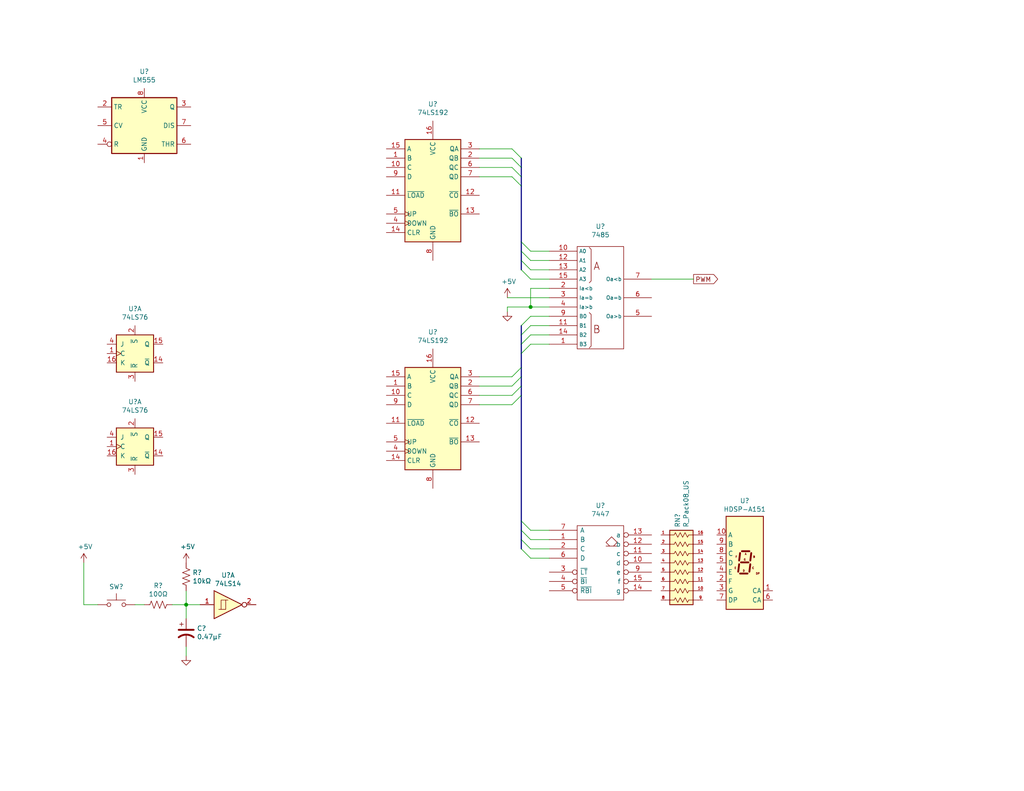
<source format=kicad_sch>
(kicad_sch (version 20211123) (generator eeschema)
  (paper "USLetter")
  (lib_symbols
    (symbol "S2020-rescue:+5V-power" (power) (pin_names (offset 0))
      (property "Value" "+5V-power" (at 0 3.556 0))
      (symbol "+5V-power_1_1"
        (pin power_in line (at 0 0 90) (length 0) hide (name "+5V") (number "1"))
      )
    )
    (symbol "S2020-rescue:7400-74xx" (pin_names (offset 1.016))
      (property "Reference" "U" (at 0 1.27 0))
      (property "Value" "7400-74xx" (at 0 -1.27 0))
      (symbol "7400-74xx_1_1"
        (pin input line (at -7.62 2.54 0) (length 3.81) (name "~") (number "1"))
        (pin input line (at -7.62 -2.54 0) (length 3.81) (name "~") (number "2"))
        (pin output inverted (at 7.62 0 180) (length 3.81) (name "~") (number "3"))
      )
      (symbol "7400-74xx_1_2"
        (pin input inverted (at -7.62 2.54 0) (length 4.318) (name "~") (number "1"))
        (pin input inverted (at -7.62 -2.54 0) (length 4.318) (name "~") (number "2"))
        (pin output line (at 7.62 0 180) (length 3.81) (name "~") (number "3"))
      )
      (symbol "7400-74xx_2_1"
        (pin input line (at -7.62 2.54 0) (length 3.81) (name "~") (number "4"))
        (pin input line (at -7.62 -2.54 0) (length 3.81) (name "~") (number "5"))
        (pin output inverted (at 7.62 0 180) (length 3.81) (name "~") (number "6"))
      )
      (symbol "7400-74xx_2_2"
        (pin input inverted (at -7.62 2.54 0) (length 4.318) (name "~") (number "4"))
        (pin input inverted (at -7.62 -2.54 0) (length 4.318) (name "~") (number "5"))
        (pin output line (at 7.62 0 180) (length 3.81) (name "~") (number "6"))
      )
      (symbol "7400-74xx_3_1"
        (pin input line (at -7.62 -2.54 0) (length 3.81) (name "~") (number "10"))
        (pin output inverted (at 7.62 0 180) (length 3.81) (name "~") (number "8"))
        (pin input line (at -7.62 2.54 0) (length 3.81) (name "~") (number "9"))
      )
      (symbol "7400-74xx_3_2"
        (pin input inverted (at -7.62 -2.54 0) (length 4.318) (name "~") (number "10"))
        (pin output line (at 7.62 0 180) (length 3.81) (name "~") (number "8"))
        (pin input inverted (at -7.62 2.54 0) (length 4.318) (name "~") (number "9"))
      )
      (symbol "7400-74xx_4_1"
        (pin output inverted (at 7.62 0 180) (length 3.81) (name "~") (number "11"))
        (pin input line (at -7.62 2.54 0) (length 3.81) (name "~") (number "12"))
        (pin input line (at -7.62 -2.54 0) (length 3.81) (name "~") (number "13"))
      )
      (symbol "7400-74xx_4_2"
        (pin output line (at 7.62 0 180) (length 3.81) (name "~") (number "11"))
        (pin input inverted (at -7.62 2.54 0) (length 4.318) (name "~") (number "12"))
        (pin input inverted (at -7.62 -2.54 0) (length 4.318) (name "~") (number "13"))
      )
      (symbol "7400-74xx_5_0"
        (pin power_in line (at 0 12.7 270) (length 5.08) (name "VCC") (number "14"))
        (pin power_in line (at 0 -12.7 90) (length 5.08) (name "GND") (number "7"))
      )
    )
    (symbol "S2020-rescue:7402-74xx" (pin_names (offset 1.016))
      (property "Reference" "U" (at 0 1.27 0))
      (property "Value" "7402-74xx" (at 0 -1.27 0))
      (symbol "7402-74xx_1_1"
        (pin output inverted (at 7.62 0 180) (length 3.81) (name "~") (number "1"))
        (pin input line (at -7.62 2.54 0) (length 4.318) (name "~") (number "2"))
        (pin input line (at -7.62 -2.54 0) (length 4.318) (name "~") (number "3"))
      )
      (symbol "7402-74xx_1_2"
        (pin output line (at 7.62 0 180) (length 3.81) (name "~") (number "1"))
        (pin input inverted (at -7.62 2.54 0) (length 3.81) (name "~") (number "2"))
        (pin input inverted (at -7.62 -2.54 0) (length 3.81) (name "~") (number "3"))
      )
      (symbol "7402-74xx_2_1"
        (pin output inverted (at 7.62 0 180) (length 3.81) (name "~") (number "4"))
        (pin input line (at -7.62 2.54 0) (length 4.318) (name "~") (number "5"))
        (pin input line (at -7.62 -2.54 0) (length 4.318) (name "~") (number "6"))
      )
      (symbol "7402-74xx_2_2"
        (pin output line (at 7.62 0 180) (length 3.81) (name "~") (number "4"))
        (pin input inverted (at -7.62 2.54 0) (length 3.81) (name "~") (number "5"))
        (pin input inverted (at -7.62 -2.54 0) (length 3.81) (name "~") (number "6"))
      )
      (symbol "7402-74xx_3_1"
        (pin output inverted (at 7.62 0 180) (length 3.81) (name "~") (number "10"))
        (pin input line (at -7.62 2.54 0) (length 4.318) (name "~") (number "8"))
        (pin input line (at -7.62 -2.54 0) (length 4.318) (name "~") (number "9"))
      )
      (symbol "7402-74xx_3_2"
        (pin output line (at 7.62 0 180) (length 3.81) (name "~") (number "10"))
        (pin input inverted (at -7.62 2.54 0) (length 3.81) (name "~") (number "8"))
        (pin input inverted (at -7.62 -2.54 0) (length 3.81) (name "~") (number "9"))
      )
      (symbol "7402-74xx_4_1"
        (pin input line (at -7.62 2.54 0) (length 4.318) (name "~") (number "11"))
        (pin input line (at -7.62 -2.54 0) (length 4.318) (name "~") (number "12"))
        (pin output inverted (at 7.62 0 180) (length 3.81) (name "~") (number "13"))
      )
      (symbol "7402-74xx_4_2"
        (pin input inverted (at -7.62 2.54 0) (length 3.81) (name "~") (number "11"))
        (pin input inverted (at -7.62 -2.54 0) (length 3.81) (name "~") (number "12"))
        (pin output line (at 7.62 0 180) (length 3.81) (name "~") (number "13"))
      )
      (symbol "7402-74xx_5_0"
        (pin power_in line (at 0 12.7 270) (length 5.08) (name "VCC") (number "14"))
        (pin power_in line (at 0 -12.7 90) (length 5.08) (name "GND") (number "7"))
      )
    )
    (symbol "S2020-rescue:74138-00TJR" (pin_names (offset 0.762))
      (property "Reference" "U" (at 5.0038 8.6868 0))
      (property "Value" "74138-00TJR" (at 0 8.7122 0))
      (symbol "74138-00TJR_0_0"
        (pin power_in line (at 0 7.62 270) (length 0) hide (name "VCC") (number "16"))
      )
      (symbol "74138-00TJR_1_1"
        (pin input line (at -13.97 5.08 0) (length 7.62) (name "A0") (number "1"))
        (pin output inverted (at 13.97 -7.62 180) (length 7.62) (name "~{Y5}") (number "10"))
        (pin output inverted (at 13.97 -5.08 180) (length 7.62) (name "~{Y4}") (number "11"))
        (pin output inverted (at 13.97 -2.54 180) (length 7.62) (name "~{Y3}") (number "12"))
        (pin output inverted (at 13.97 0 180) (length 7.62) (name "~{Y2}") (number "13"))
        (pin output inverted (at 13.97 2.54 180) (length 7.62) (name "~{Y1}") (number "14"))
        (pin output inverted (at 13.97 5.08 180) (length 7.62) (name "~{Y0}") (number "15"))
        (pin input line (at -13.97 2.54 0) (length 7.62) (name "A1") (number "2"))
        (pin input line (at -13.97 0 0) (length 7.62) (name "A2") (number "3"))
        (pin input inverted (at -13.97 -7.62 0) (length 7.62) (name "~{G2A}") (number "4"))
        (pin input inverted (at -13.97 -10.16 0) (length 7.62) (name "~{G2B}") (number "5"))
        (pin input line (at -13.97 -12.7 0) (length 7.62) (name "G1") (number "6"))
        (pin output inverted (at 13.97 -12.7 180) (length 7.62) (name "~{Y7}") (number "7"))
        (pin power_in line (at 0 -15.24 90) (length 0) hide (name "GND") (number "8"))
        (pin output inverted (at 13.97 -10.16 180) (length 7.62) (name "~{Y6}") (number "9"))
      )
    )
    (symbol "S2020-rescue:74151-00TJR" (pin_names (offset 0.762))
      (property "Reference" "U" (at 5.08 17.78 0))
      (property "Value" "74151-00TJR" (at 0 17.78 0))
      (symbol "74151-00TJR_0_0"
        (text "MUX" (at 0 15.24 0) (effects (font (size 1.27 1.27))))
        (pin power_in line (at 0 16.51 270) (length 0) hide (name "VCC") (number "16"))
        (pin power_in line (at 0 -17.78 90) (length 0) hide (name "GND") (number "8"))
      )
      (symbol "74151-00TJR_1_1"
        (pin input line (at -13.97 6.35 0) (length 7.62) (name "I3") (number "1"))
        (pin input line (at -13.97 -13.97 0) (length 7.62) (name "S1") (number "10"))
        (pin input line (at -13.97 -11.43 0) (length 7.62) (name "S0") (number "11"))
        (pin input line (at -13.97 -3.81 0) (length 7.62) (name "I7") (number "12"))
        (pin input line (at -13.97 -1.27 0) (length 7.62) (name "I6") (number "13"))
        (pin input line (at -13.97 1.27 0) (length 7.62) (name "I5") (number "14"))
        (pin input line (at -13.97 3.81 0) (length 7.62) (name "I4") (number "15"))
        (pin input line (at -13.97 8.89 0) (length 7.62) (name "I2") (number "2"))
        (pin input line (at -13.97 11.43 0) (length 7.62) (name "I1") (number "3"))
        (pin input line (at -13.97 13.97 0) (length 7.62) (name "I0") (number "4"))
        (pin output line (at 15.24 7.62 180) (length 7.62) (name "Q") (number "5"))
        (pin output inverted (at 15.24 -10.16 180) (length 7.62) (name "~{Q}") (number "6"))
        (pin input inverted (at -13.97 -7.62 0) (length 7.62) (name "~{E}") (number "7"))
        (pin input line (at -13.97 -16.51 0) (length 7.62) (name "S2") (number "9"))
      )
    )
    (symbol "S2020-rescue:7447-74xx_IEEE" (pin_names (offset 0.762))
      (property "Reference" "U" (at 3.81 11.43 0))
      (property "Value" "7447-74xx_IEEE" (at 6.35 -11.43 0))
      (symbol "7447-74xx_IEEE_0_0"
        (pin power_in line (at 0 10.16 270) (length 0) hide (name "VCC") (number "16"))
        (pin power_in line (at 0 -10.16 90) (length 0) hide (name "GND") (number "8"))
      )
      (symbol "7447-74xx_IEEE_1_1"
        (pin input line (at -13.97 6.35 0) (length 7.62) (name "B") (number "1"))
        (pin open_collector inverted (at 13.97 0 180) (length 7.62) (name "d") (number "10"))
        (pin open_collector inverted (at 13.97 2.54 180) (length 7.62) (name "c") (number "11"))
        (pin open_collector inverted (at 13.97 5.08 180) (length 7.62) (name "b") (number "12"))
        (pin open_collector inverted (at 13.97 7.62 180) (length 7.62) (name "a") (number "13"))
        (pin open_collector inverted (at 13.97 -7.62 180) (length 7.62) (name "g") (number "14"))
        (pin open_collector inverted (at 13.97 -5.08 180) (length 7.62) (name "f") (number "15"))
        (pin input line (at -13.97 3.81 0) (length 7.62) (name "C") (number "2"))
        (pin input inverted (at -13.97 -2.54 0) (length 7.62) (name "~{LT}") (number "3"))
        (pin input inverted (at -13.97 -5.08 0) (length 7.62) (name "~{BI}") (number "4"))
        (pin input inverted (at -13.97 -7.62 0) (length 7.62) (name "~{RBI}") (number "5"))
        (pin input line (at -13.97 1.27 0) (length 7.62) (name "D") (number "6"))
        (pin input line (at -13.97 8.89 0) (length 7.62) (name "A") (number "7"))
        (pin open_collector inverted (at 13.97 -2.54 180) (length 7.62) (name "e") (number "9"))
      )
    )
    (symbol "S2020-rescue:7485-74xx_IEEE"
      (property "Reference" "U" (at 7.62 16.51 0))
      (property "Value" "7485-74xx_IEEE" (at 7.62 -15.24 0))
      (symbol "7485-74xx_IEEE_0_0"
        (text "A" (at -1.016 8.636 0) (effects (font (size 2.032 2.032))))
        (text "B" (at -1.016 -8.636 0) (effects (font (size 2.032 2.032))))
        (pin power_in line (at 0 13.97 270) (length 0) hide (name "VCC") (number "16"))
        (pin power_in line (at 0 -13.97 90) (length 0) hide (name "GND") (number "8"))
      )
      (symbol "7485-74xx_IEEE_1_1"
        (pin input line (at -13.97 -12.7 0) (length 7.62) (name "B3") (number "1"))
        (pin input line (at -13.97 12.7 0) (length 7.62) (name "A0") (number "10"))
        (pin input line (at -13.97 -7.62 0) (length 7.62) (name "B1") (number "11"))
        (pin input line (at -13.97 10.16 0) (length 7.62) (name "A1") (number "12"))
        (pin input line (at -13.97 7.62 0) (length 7.62) (name "A2") (number "13"))
        (pin input line (at -13.97 -10.16 0) (length 7.62) (name "B2") (number "14"))
        (pin input line (at -13.97 5.08 0) (length 7.62) (name "A3") (number "15"))
        (pin input line (at -13.97 2.54 0) (length 7.62) (name "Ia<b") (number "2"))
        (pin input line (at -13.97 0 0) (length 7.62) (name "Ia=b") (number "3"))
        (pin input line (at -13.97 -2.54 0) (length 7.62) (name "Ia>b") (number "4"))
        (pin output line (at 13.97 -5.08 180) (length 7.62) (name "Oa>b") (number "5"))
        (pin output line (at 13.97 0 180) (length 7.62) (name "Oa=b") (number "6"))
        (pin output line (at 13.97 5.08 180) (length 7.62) (name "Oa<b") (number "7"))
        (pin input line (at -13.97 -5.08 0) (length 7.62) (name "B0") (number "9"))
      )
    )
    (symbol "S2020-rescue:74LS04-74xx"
      (property "Reference" "U" (at 0 1.27 0))
      (property "Value" "74LS04-74xx" (at 0 -1.27 0))
      (symbol "74LS04-74xx_1_0"
        (pin input line (at -7.62 0 0) (length 3.81) (name "~") (number "1"))
        (pin output inverted (at 7.62 0 180) (length 3.81) (name "~") (number "2"))
      )
      (symbol "74LS04-74xx_2_0"
        (pin input line (at -7.62 0 0) (length 3.81) (name "~") (number "3"))
        (pin output inverted (at 7.62 0 180) (length 3.81) (name "~") (number "4"))
      )
      (symbol "74LS04-74xx_3_0"
        (pin input line (at -7.62 0 0) (length 3.81) (name "~") (number "5"))
        (pin output inverted (at 7.62 0 180) (length 3.81) (name "~") (number "6"))
      )
      (symbol "74LS04-74xx_4_0"
        (pin output inverted (at 7.62 0 180) (length 3.81) (name "~") (number "8"))
        (pin input line (at -7.62 0 0) (length 3.81) (name "~") (number "9"))
      )
      (symbol "74LS04-74xx_5_0"
        (pin output inverted (at 7.62 0 180) (length 3.81) (name "~") (number "10"))
        (pin input line (at -7.62 0 0) (length 3.81) (name "~") (number "11"))
      )
      (symbol "74LS04-74xx_6_0"
        (pin output inverted (at 7.62 0 180) (length 3.81) (name "~") (number "12"))
        (pin input line (at -7.62 0 0) (length 3.81) (name "~") (number "13"))
      )
      (symbol "74LS04-74xx_7_0"
        (pin power_in line (at 0 12.7 270) (length 5.08) (name "VCC") (number "14"))
        (pin power_in line (at 0 -12.7 90) (length 5.08) (name "GND") (number "7"))
      )
    )
    (symbol "S2020-rescue:74LS07-74xx" (pin_names (offset 1.016))
      (property "Reference" "U" (at 0 1.27 0))
      (property "Value" "74LS07-74xx" (at 0 -1.27 0))
      (symbol "74LS07-74xx_1_0"
        (pin input line (at -7.62 0 0) (length 3.81) (name "~") (number "1"))
        (pin open_collector line (at 7.62 0 180) (length 3.81) (name "~") (number "2"))
      )
      (symbol "74LS07-74xx_2_0"
        (pin input line (at -7.62 0 0) (length 3.81) (name "~") (number "3"))
        (pin open_collector line (at 7.62 0 180) (length 3.81) (name "~") (number "4"))
      )
      (symbol "74LS07-74xx_3_0"
        (pin input line (at -7.62 0 0) (length 3.81) (name "~") (number "5"))
        (pin open_collector line (at 7.62 0 180) (length 3.81) (name "~") (number "6"))
      )
      (symbol "74LS07-74xx_4_0"
        (pin open_collector line (at 7.62 0 180) (length 3.81) (name "~") (number "8"))
        (pin input line (at -7.62 0 0) (length 3.81) (name "~") (number "9"))
      )
      (symbol "74LS07-74xx_5_0"
        (pin open_collector line (at 7.62 0 180) (length 3.81) (name "~") (number "10"))
        (pin input line (at -7.62 0 0) (length 3.81) (name "~") (number "11"))
      )
      (symbol "74LS07-74xx_6_0"
        (pin open_collector line (at 7.62 0 180) (length 3.81) (name "~") (number "12"))
        (pin input line (at -7.62 0 0) (length 3.81) (name "~") (number "13"))
      )
      (symbol "74LS07-74xx_7_0"
        (pin power_in line (at 0 12.7 270) (length 5.08) (name "VCC") (number "14"))
        (pin power_in line (at 0 -12.7 90) (length 5.08) (name "GND") (number "7"))
      )
    )
    (symbol "S2020-rescue:74LS08-74xx" (pin_names (offset 1.016))
      (property "Reference" "U" (at 0 1.27 0))
      (property "Value" "74LS08-74xx" (at 0 -1.27 0))
      (symbol "74LS08-74xx_1_1"
        (pin input line (at -7.62 2.54 0) (length 3.81) (name "~") (number "1"))
        (pin input line (at -7.62 -2.54 0) (length 3.81) (name "~") (number "2"))
        (pin output line (at 7.62 0 180) (length 3.81) (name "~") (number "3"))
      )
      (symbol "74LS08-74xx_1_2"
        (pin input inverted (at -7.62 2.54 0) (length 4.318) (name "~") (number "1"))
        (pin input inverted (at -7.62 -2.54 0) (length 4.318) (name "~") (number "2"))
        (pin output inverted (at 7.62 0 180) (length 3.81) (name "~") (number "3"))
      )
      (symbol "74LS08-74xx_2_1"
        (pin input line (at -7.62 2.54 0) (length 3.81) (name "~") (number "4"))
        (pin input line (at -7.62 -2.54 0) (length 3.81) (name "~") (number "5"))
        (pin output line (at 7.62 0 180) (length 3.81) (name "~") (number "6"))
      )
      (symbol "74LS08-74xx_2_2"
        (pin input inverted (at -7.62 2.54 0) (length 4.318) (name "~") (number "4"))
        (pin input inverted (at -7.62 -2.54 0) (length 4.318) (name "~") (number "5"))
        (pin output inverted (at 7.62 0 180) (length 3.81) (name "~") (number "6"))
      )
      (symbol "74LS08-74xx_3_1"
        (pin input line (at -7.62 -2.54 0) (length 3.81) (name "~") (number "10"))
        (pin output line (at 7.62 0 180) (length 3.81) (name "~") (number "8"))
        (pin input line (at -7.62 2.54 0) (length 3.81) (name "~") (number "9"))
      )
      (symbol "74LS08-74xx_3_2"
        (pin input inverted (at -7.62 -2.54 0) (length 4.318) (name "~") (number "10"))
        (pin output inverted (at 7.62 0 180) (length 3.81) (name "~") (number "8"))
        (pin input inverted (at -7.62 2.54 0) (length 4.318) (name "~") (number "9"))
      )
      (symbol "74LS08-74xx_4_1"
        (pin output line (at 7.62 0 180) (length 3.81) (name "~") (number "11"))
        (pin input line (at -7.62 2.54 0) (length 3.81) (name "~") (number "12"))
        (pin input line (at -7.62 -2.54 0) (length 3.81) (name "~") (number "13"))
      )
      (symbol "74LS08-74xx_4_2"
        (pin output inverted (at 7.62 0 180) (length 3.81) (name "~") (number "11"))
        (pin input inverted (at -7.62 2.54 0) (length 4.318) (name "~") (number "12"))
        (pin input inverted (at -7.62 -2.54 0) (length 4.318) (name "~") (number "13"))
      )
      (symbol "74LS08-74xx_5_0"
        (pin power_in line (at 0 12.7 270) (length 5.08) (name "VCC") (number "14"))
        (pin power_in line (at 0 -12.7 90) (length 5.08) (name "GND") (number "7"))
      )
    )
    (symbol "S2020-rescue:74LS14-74xx" (pin_names (offset 1.016))
      (property "Reference" "U" (at 0 1.27 0))
      (property "Value" "74LS14-74xx" (at 0 -1.27 0))
      (symbol "74LS14-74xx_1_0"
        (pin input line (at -7.62 0 0) (length 3.81) (name "~") (number "1"))
        (pin output inverted (at 7.62 0 180) (length 3.81) (name "~") (number "2"))
      )
      (symbol "74LS14-74xx_2_0"
        (pin input line (at -7.62 0 0) (length 3.81) (name "~") (number "3"))
        (pin output inverted (at 7.62 0 180) (length 3.81) (name "~") (number "4"))
      )
      (symbol "74LS14-74xx_3_0"
        (pin input line (at -7.62 0 0) (length 3.81) (name "~") (number "5"))
        (pin output inverted (at 7.62 0 180) (length 3.81) (name "~") (number "6"))
      )
      (symbol "74LS14-74xx_4_0"
        (pin output inverted (at 7.62 0 180) (length 3.81) (name "~") (number "8"))
        (pin input line (at -7.62 0 0) (length 3.81) (name "~") (number "9"))
      )
      (symbol "74LS14-74xx_5_0"
        (pin output inverted (at 7.62 0 180) (length 3.81) (name "~") (number "10"))
        (pin input line (at -7.62 0 0) (length 3.81) (name "~") (number "11"))
      )
      (symbol "74LS14-74xx_6_0"
        (pin output inverted (at 7.62 0 180) (length 3.81) (name "~") (number "12"))
        (pin input line (at -7.62 0 0) (length 3.81) (name "~") (number "13"))
      )
      (symbol "74LS14-74xx_7_0"
        (pin power_in line (at 0 12.7 270) (length 5.08) (name "VCC") (number "14"))
        (pin power_in line (at 0 -12.7 90) (length 5.08) (name "GND") (number "7"))
      )
    )
    (symbol "S2020-rescue:74LS192-74xx"
      (property "Reference" "U" (at -7.62 13.97 0))
      (property "Value" "74LS192-74xx" (at 5.08 13.97 0))
      (symbol "74LS192-74xx_1_0"
        (pin input line (at -12.7 7.62 0) (length 5.08) (name "B") (number "1"))
        (pin input line (at -12.7 5.08 0) (length 5.08) (name "C") (number "10"))
        (pin input line (at -12.7 -2.54 0) (length 5.08) (name "~{LOAD}") (number "11"))
        (pin output line (at 12.7 -2.54 180) (length 5.08) (name "~{CO}") (number "12"))
        (pin output line (at 12.7 -7.62 180) (length 5.08) (name "~{BO}") (number "13"))
        (pin input line (at -12.7 -12.7 0) (length 5.08) (name "CLR") (number "14"))
        (pin input line (at -12.7 10.16 0) (length 5.08) (name "A") (number "15"))
        (pin power_in line (at 0 17.78 270) (length 5.08) (name "VCC") (number "16"))
        (pin output line (at 12.7 7.62 180) (length 5.08) (name "QB") (number "2"))
        (pin output line (at 12.7 10.16 180) (length 5.08) (name "QA") (number "3"))
        (pin input clock (at -12.7 -10.16 0) (length 5.08) (name "DOWN") (number "4"))
        (pin input clock (at -12.7 -7.62 0) (length 5.08) (name "UP") (number "5"))
        (pin output line (at 12.7 5.08 180) (length 5.08) (name "QC") (number "6"))
        (pin output line (at 12.7 2.54 180) (length 5.08) (name "QD") (number "7"))
        (pin power_in line (at 0 -20.32 90) (length 5.08) (name "GND") (number "8"))
        (pin input line (at -12.7 2.54 0) (length 5.08) (name "D") (number "9"))
      )
    )
    (symbol "S2020-rescue:74LS32-74xx" (pin_names (offset 1.016))
      (property "Reference" "U" (at 0 1.27 0))
      (property "Value" "74LS32-74xx" (at 0 -1.27 0))
      (symbol "74LS32-74xx_1_1"
        (pin input line (at -7.62 2.54 0) (length 4.318) (name "~") (number "1"))
        (pin input line (at -7.62 -2.54 0) (length 4.318) (name "~") (number "2"))
        (pin output line (at 7.62 0 180) (length 3.81) (name "~") (number "3"))
      )
      (symbol "74LS32-74xx_1_2"
        (pin input inverted (at -7.62 2.54 0) (length 3.81) (name "~") (number "1"))
        (pin input inverted (at -7.62 -2.54 0) (length 3.81) (name "~") (number "2"))
        (pin output inverted (at 7.62 0 180) (length 3.81) (name "~") (number "3"))
      )
      (symbol "74LS32-74xx_2_1"
        (pin input line (at -7.62 2.54 0) (length 4.318) (name "~") (number "4"))
        (pin input line (at -7.62 -2.54 0) (length 4.318) (name "~") (number "5"))
        (pin output line (at 7.62 0 180) (length 3.81) (name "~") (number "6"))
      )
      (symbol "74LS32-74xx_2_2"
        (pin input inverted (at -7.62 2.54 0) (length 3.81) (name "~") (number "4"))
        (pin input inverted (at -7.62 -2.54 0) (length 3.81) (name "~") (number "5"))
        (pin output inverted (at 7.62 0 180) (length 3.81) (name "~") (number "6"))
      )
      (symbol "74LS32-74xx_3_1"
        (pin input line (at -7.62 -2.54 0) (length 4.318) (name "~") (number "10"))
        (pin output line (at 7.62 0 180) (length 3.81) (name "~") (number "8"))
        (pin input line (at -7.62 2.54 0) (length 4.318) (name "~") (number "9"))
      )
      (symbol "74LS32-74xx_3_2"
        (pin input inverted (at -7.62 -2.54 0) (length 3.81) (name "~") (number "10"))
        (pin output inverted (at 7.62 0 180) (length 3.81) (name "~") (number "8"))
        (pin input inverted (at -7.62 2.54 0) (length 3.81) (name "~") (number "9"))
      )
      (symbol "74LS32-74xx_4_1"
        (pin output line (at 7.62 0 180) (length 3.81) (name "~") (number "11"))
        (pin input line (at -7.62 2.54 0) (length 4.318) (name "~") (number "12"))
        (pin input line (at -7.62 -2.54 0) (length 4.318) (name "~") (number "13"))
      )
      (symbol "74LS32-74xx_4_2"
        (pin output inverted (at 7.62 0 180) (length 3.81) (name "~") (number "11"))
        (pin input inverted (at -7.62 2.54 0) (length 3.81) (name "~") (number "12"))
        (pin input inverted (at -7.62 -2.54 0) (length 3.81) (name "~") (number "13"))
      )
      (symbol "74LS32-74xx_5_0"
        (pin power_in line (at 0 12.7 270) (length 5.08) (name "VCC") (number "14"))
        (pin power_in line (at 0 -12.7 90) (length 5.08) (name "GND") (number "7"))
      )
    )
    (symbol "S2020-rescue:74LS76-74xx" (pin_names (offset 1.016))
      (property "Reference" "U" (at -7.62 8.89 0))
      (property "Value" "74LS76-74xx" (at -7.62 -8.89 0))
      (symbol "74LS76-74xx_1_0"
        (pin input clock (at -7.62 0 0) (length 2.54) (name "C") (number "1"))
        (pin output line (at 7.62 -2.54 180) (length 2.54) (name "~{Q}") (number "14"))
        (pin output line (at 7.62 2.54 180) (length 2.54) (name "Q") (number "15"))
        (pin input line (at -7.62 -2.54 0) (length 2.54) (name "K") (number "16"))
        (pin input line (at 0 7.62 270) (length 2.54) (name "~{S}") (number "2"))
        (pin input line (at 0 -7.62 90) (length 2.54) (name "~{R}") (number "3"))
        (pin input line (at -7.62 2.54 0) (length 2.54) (name "J") (number "4"))
      )
      (symbol "74LS76-74xx_2_0"
        (pin output line (at 7.62 -2.54 180) (length 2.54) (name "~{Q}") (number "10"))
        (pin output line (at 7.62 2.54 180) (length 2.54) (name "Q") (number "11"))
        (pin input line (at -7.62 -2.54 0) (length 2.54) (name "K") (number "12"))
        (pin input clock (at -7.62 0 0) (length 2.54) (name "C") (number "6"))
        (pin input line (at 0 7.62 270) (length 2.54) (name "~{S}") (number "7"))
        (pin input line (at 0 -7.62 90) (length 2.54) (name "~{R}") (number "8"))
        (pin input line (at -7.62 2.54 0) (length 2.54) (name "J") (number "9"))
      )
      (symbol "74LS76-74xx_3_0"
        (pin power_in line (at 0 -10.16 90) (length 2.54) (name "GND") (number "13"))
        (pin power_in line (at 0 10.16 270) (length 2.54) (name "VCC") (number "5"))
      )
    )
    (symbol "S2020-rescue:CP1-Device" (pin_numbers hide) (pin_names (offset 0.254) hide)
      (property "Reference" "C" (at 0.635 2.54 0))
      (property "Value" "CP1-Device" (at 0.635 -2.54 0))
      (symbol "CP1-Device_1_1"
        (pin passive line (at 0 3.81 270) (length 2.794) (name "~") (number "1"))
        (pin passive line (at 0 -3.81 90) (length 3.302) (name "~") (number "2"))
      )
    )
    (symbol "S2020-rescue:GND-power" (power) (pin_names (offset 0))
      (property "Value" "GND-power" (at 0 -3.81 0))
      (symbol "GND-power_1_1"
        (pin power_in line (at 0 0 270) (length 0) hide (name "GND") (number "1"))
      )
    )
    (symbol "S2020-rescue:HDSP-A151-Display_Character"
      (property "Reference" "U" (at -3.81 13.97 0))
      (property "Value" "HDSP-A151-Display_Character" (at 6.35 13.97 0))
      (symbol "HDSP-A151-Display_Character_1_0"
        (text "A" (at 0.254 2.413 0) (effects (font (size 0.508 0.508))))
        (text "B" (at 2.54 1.651 0) (effects (font (size 0.508 0.508))))
        (text "C" (at 2.286 -1.397 0) (effects (font (size 0.508 0.508))))
        (text "D" (at -0.254 -2.159 0) (effects (font (size 0.508 0.508))))
        (text "DP" (at 3.556 -2.921 0) (effects (font (size 0.508 0.508))))
        (text "E" (at -2.54 -1.397 0) (effects (font (size 0.508 0.508))))
        (text "F" (at -2.286 1.651 0) (effects (font (size 0.508 0.508))))
        (text "G" (at 0 0.889 0) (effects (font (size 0.508 0.508))))
      )
      (symbol "HDSP-A151-Display_Character_1_1"
        (pin input line (at 7.62 -7.62 180) (length 2.54) (name "CA") (number "1"))
        (pin input line (at -7.62 7.62 0) (length 2.54) (name "A") (number "10"))
        (pin input line (at -7.62 -5.08 0) (length 2.54) (name "F") (number "2"))
        (pin input line (at -7.62 -7.62 0) (length 2.54) (name "G") (number "3"))
        (pin input line (at -7.62 -2.54 0) (length 2.54) (name "E") (number "4"))
        (pin input line (at -7.62 0 0) (length 2.54) (name "D") (number "5"))
        (pin input line (at 7.62 -10.16 180) (length 2.54) (name "CA") (number "6"))
        (pin input line (at -7.62 -10.16 0) (length 2.54) (name "DP") (number "7"))
        (pin input line (at -7.62 2.54 0) (length 2.54) (name "C") (number "8"))
        (pin input line (at -7.62 5.08 0) (length 2.54) (name "B") (number "9"))
      )
    )
    (symbol "S2020-rescue:LED_small-00TJR" (pin_numbers hide) (pin_names (offset 1.016) hide)
      (symbol "LED_small-00TJR_1_1"
        (pin passive line (at 0 -3.81 90) (length 1.4986) (name "K") (number "1"))
        (pin passive line (at 0 1.27 270) (length 1.4986) (name "A") (number "2"))
      )
    )
    (symbol "S2020-rescue:LM335-00TJR" (pin_numbers hide) (pin_names (offset 1.016) hide)
      (property "Reference" "Temp" (at 3.8354 1.2954 0))
      (property "Value" "LM335-00TJR" (at -2.54 -1.27 90))
      (symbol "LM335-00TJR_1_1"
        (pin passive line (at 0 2.54 270) (length 2.54) (name "K") (number "1"))
        (pin passive line (at 2.54 -1.27 180) (length 2.9972) (name "K") (number "1"))
        (pin passive line (at 0 -5.08 90) (length 2.54) (name "A") (number "2"))
      )
    )
    (symbol "S2020-rescue:LM555-Timer"
      (property "Reference" "U" (at -10.16 8.89 0))
      (property "Value" "LM555-Timer" (at 2.54 8.89 0))
      (symbol "LM555-Timer_0_0"
        (pin power_in line (at 0 -10.16 90) (length 2.54) (name "GND") (number "1"))
        (pin power_in line (at 0 10.16 270) (length 2.54) (name "VCC") (number "8"))
      )
      (symbol "LM555-Timer_1_1"
        (pin input line (at -12.7 5.08 0) (length 3.81) (name "TR") (number "2"))
        (pin output line (at 12.7 5.08 180) (length 3.81) (name "Q") (number "3"))
        (pin input inverted (at -12.7 -5.08 0) (length 3.81) (name "R") (number "4"))
        (pin input line (at -12.7 0 0) (length 3.81) (name "CV") (number "5"))
        (pin input line (at 12.7 -5.08 180) (length 3.81) (name "THR") (number "6"))
        (pin input line (at 12.7 0 180) (length 3.81) (name "DIS") (number "7"))
      )
    )
    (symbol "S2020-rescue:OPAMPTJR-00TJR" (pin_names (offset 0.254))
      (property "Reference" "U" (at 3.81 3.175 0))
      (property "Value" "OPAMPTJR-00TJR" (at 3.81 -3.175 0))
      (symbol "OPAMPTJR-00TJR_1_1"
        (pin input line (at -7.62 2.54 0) (length 2.54) (name "-") (number "1"))
        (pin input line (at -7.62 -2.54 0) (length 2.54) (name "+") (number "2"))
        (pin output line (at 7.62 0 180) (length 2.54) (name "~") (number "3"))
        (pin power_in line (at 0 3.81 270) (length 1.2446) (name "V+") (number "4"))
        (pin power_in line (at 0 -3.81 90) (length 1.2446) (name "V-") (number "5"))
      )
    )
    (symbol "S2020-rescue:R_Network08_US-Device" (pin_names (offset 0) hide)
      (property "Reference" "RN" (at -12.7 0 90))
      (property "Value" "R_Network08_US-Device" (at 10.16 0 90))
      (symbol "R_Network08_US-Device_1_1"
        (pin passive line (at -10.16 5.08 270) (length 2.54) (name "common") (number "1"))
        (pin passive line (at -10.16 -5.08 90) (length 1.27) (name "R1") (number "2"))
        (pin passive line (at -7.62 -5.08 90) (length 1.27) (name "R2") (number "3"))
        (pin passive line (at -5.08 -5.08 90) (length 1.27) (name "R3") (number "4"))
        (pin passive line (at -2.54 -5.08 90) (length 1.27) (name "R4") (number "5"))
        (pin passive line (at 0 -5.08 90) (length 1.27) (name "R5") (number "6"))
        (pin passive line (at 2.54 -5.08 90) (length 1.27) (name "R6") (number "7"))
        (pin passive line (at 5.08 -5.08 90) (length 1.27) (name "R7") (number "8"))
        (pin passive line (at 7.62 -5.08 90) (length 1.27) (name "R8") (number "9"))
      )
    )
    (symbol "S2020-rescue:R_Pack08-Device" (pin_names (offset 0) hide)
      (property "Reference" "RN" (at -12.7 0 90))
      (property "Value" "R_Pack08-Device" (at 10.16 0 90))
      (symbol "R_Pack08-Device_1_1"
        (pin passive line (at -10.16 -5.08 90) (length 2.54) (name "R1.1") (number "1"))
        (pin passive line (at 5.08 5.08 270) (length 2.54) (name "R7.2") (number "10"))
        (pin passive line (at 2.54 5.08 270) (length 2.54) (name "R6.2") (number "11"))
        (pin passive line (at 0 5.08 270) (length 2.54) (name "R5.2") (number "12"))
        (pin passive line (at -2.54 5.08 270) (length 2.54) (name "R4.2") (number "13"))
        (pin passive line (at -5.08 5.08 270) (length 2.54) (name "R3.2") (number "14"))
        (pin passive line (at -7.62 5.08 270) (length 2.54) (name "R2.2") (number "15"))
        (pin passive line (at -10.16 5.08 270) (length 2.54) (name "R1.2") (number "16"))
        (pin passive line (at -7.62 -5.08 90) (length 2.54) (name "R2.1") (number "2"))
        (pin passive line (at -5.08 -5.08 90) (length 2.54) (name "R3.1") (number "3"))
        (pin passive line (at -2.54 -5.08 90) (length 2.54) (name "R4.1") (number "4"))
        (pin passive line (at 0 -5.08 90) (length 2.54) (name "R5.1") (number "5"))
        (pin passive line (at 2.54 -5.08 90) (length 2.54) (name "R6.1") (number "6"))
        (pin passive line (at 5.08 -5.08 90) (length 2.54) (name "R7.1") (number "7"))
        (pin passive line (at 7.62 -5.08 90) (length 2.54) (name "R8.1") (number "8"))
        (pin passive line (at 7.62 5.08 270) (length 2.54) (name "R8.2") (number "9"))
      )
    )
    (symbol "S2020-rescue:R_Pack08_US-00TJR" (pin_names (offset 0) hide)
      (property "Reference" "RN" (at -1.27 -11.43 0))
      (property "Value" "R_Pack08_US-00TJR" (at -1.27 11.43 0))
      (symbol "R_Pack08_US-00TJR_1_1"
        (pin passive line (at -6.35 8.89 0) (length 1.27) (name "1") (number "1"))
        (pin passive line (at 5.08 -6.35 180) (length 1.27) (name "10") (number "10"))
        (pin passive line (at 5.08 -3.81 180) (length 1.27) (name "11") (number "11"))
        (pin passive line (at 5.08 -1.27 180) (length 1.27) (name "12") (number "12"))
        (pin passive line (at 5.08 1.27 180) (length 1.27) (name "13") (number "13"))
        (pin passive line (at 5.08 3.81 180) (length 1.27) (name "14") (number "14"))
        (pin passive line (at 5.08 6.35 180) (length 1.27) (name "15") (number "15"))
        (pin passive line (at 5.08 8.89 180) (length 1.27) (name "16") (number "16"))
        (pin passive line (at -6.35 6.35 0) (length 1.27) (name "2") (number "2"))
        (pin passive line (at -6.35 3.81 0) (length 1.27) (name "3") (number "3"))
        (pin passive line (at -6.35 1.27 0) (length 1.27) (name "4") (number "4"))
        (pin passive line (at -6.35 -1.27 0) (length 1.27) (name "5") (number "5"))
        (pin passive line (at -6.35 -3.81 0) (length 1.27) (name "6") (number "6"))
        (pin passive line (at -6.35 -6.35 0) (length 1.27) (name "7") (number "7"))
        (pin passive line (at -6.35 -8.89 0) (length 1.27) (name "8") (number "8"))
        (pin passive line (at 5.08 -8.89 180) (length 1.27) (name "9") (number "9"))
      )
    )
    (symbol "S2020-rescue:R_US-Device" (pin_numbers hide) (pin_names (offset 0))
      (property "Reference" "R" (at 2.54 0 90))
      (property "Value" "R_US-Device" (at -2.54 0 90))
      (symbol "R_US-Device_1_1"
        (pin passive line (at 0 3.81 270) (length 1.27) (name "~") (number "1"))
        (pin passive line (at 0 -3.81 90) (length 1.27) (name "~") (number "2"))
      )
    )
    (symbol "S2020-rescue:SW_Push-Switch" (pin_numbers hide) (pin_names (offset 1.016) hide)
      (property "Reference" "SW" (at 1.27 2.54 0))
      (property "Value" "SW_Push-Switch" (at 0 -1.524 0))
      (symbol "SW_Push-Switch_0_1"
        (pin passive line (at -5.08 0 0) (length 2.54) (name "1") (number "1"))
        (pin passive line (at 5.08 0 180) (length 2.54) (name "2") (number "2"))
      )
    )
  )
  (junction (at -48.26 128.27))
  (junction (at -48.26 123.19))
  (junction (at 50.8 165.1))
  (junction (at -48.26 125.73))
  (junction (at -100.33 134.62))
  (junction (at 144.78 83.82))
  (junction (at -100.33 137.16))
  (junction (at -100.33 139.7))
  (bus_entry (at 139.7 107.95) (size 2.54 -2.54))
  (bus_entry (at 139.7 40.64) (size 2.54 2.54))
  (bus_entry (at 139.7 110.49) (size 2.54 -2.54))
  (bus_entry (at 142.24 66.04) (size 2.54 2.54))
  (bus_entry (at 142.24 142.24) (size 2.54 2.54))
  (bus_entry (at 139.7 43.18) (size 2.54 2.54))
  (bus_entry (at 142.24 144.78) (size 2.54 2.54))
  (bus_entry (at 142.24 147.32) (size 2.54 2.54))
  (bus_entry (at 142.24 88.9) (size 2.54 -2.54))
  (bus_entry (at 142.24 71.12) (size 2.54 2.54))
  (bus_entry (at 139.7 105.41) (size 2.54 -2.54))
  (bus_entry (at 142.24 91.44) (size 2.54 -2.54))
  (bus_entry (at 142.24 149.86) (size 2.54 2.54))
  (bus_entry (at 142.24 68.58) (size 2.54 2.54))
  (bus_entry (at 142.24 93.98) (size 2.54 -2.54))
  (bus_entry (at 139.7 48.26) (size 2.54 2.54))
  (bus_entry (at 139.7 45.72) (size 2.54 2.54))
  (bus_entry (at 142.24 73.66) (size 2.54 2.54))
  (bus_entry (at 142.24 96.52) (size 2.54 -2.54))
  (bus_entry (at 139.7 102.87) (size 2.54 -2.54))
  (bus (pts (xy 142.24 45.72) (xy 142.24 48.26)))
  (bus (pts (xy 142.24 43.18) (xy 142.24 45.72)))
  (bus (pts (xy -48.26 115.57) (xy -48.26 123.19)))
  (bus (pts (xy -48.26 125.73) (xy -45.72 128.27)))
  (wire (pts (xy 149.86 88.9) (xy 144.78 88.9)))
  (bus (pts (xy -100.33 115.57) (xy -100.33 134.62)))
  (wire (pts (xy 36.83 165.1) (xy 39.37 165.1)))
  (wire (pts (xy 144.78 68.58) (xy 149.86 68.58)))
  (wire (pts (xy -35.56 78.74) (xy -31.75 78.74)))
  (bus (pts (xy -48.26 148.59) (xy -45.72 151.13)))
  (bus (pts (xy 142.24 100.33) (xy 142.24 102.87)))
  (bus (pts (xy -48.26 143.51) (xy -45.72 146.05)))
  (bus (pts (xy -49.53 118.11) (xy -106.68 118.11)))
  (wire (pts (xy 139.7 105.41) (xy 130.81 105.41)))
  (bus (pts (xy -100.33 142.24) (xy -97.79 144.78)))
  (bus (pts (xy 142.24 71.12) (xy 142.24 73.66)))
  (wire (pts (xy 46.99 165.1) (xy 50.8 165.1)))
  (wire (pts (xy 144.78 73.66) (xy 149.86 73.66)))
  (bus (pts (xy -100.33 139.7) (xy -97.79 142.24)))
  (wire (pts (xy -16.51 96.52) (xy -13.97 96.52)))
  (wire (pts (xy -35.56 59.69) (xy -31.75 59.69)))
  (wire (pts (xy -31.75 83.82) (xy -35.56 83.82)))
  (wire (pts (xy 144.78 149.86) (xy 149.86 149.86)))
  (bus (pts (xy -48.26 125.73) (xy -48.26 128.27)))
  (bus (pts (xy 142.24 66.04) (xy 142.24 68.58)))
  (bus (pts (xy -100.33 137.16) (xy -100.33 139.7)))
  (wire (pts (xy 50.8 165.1) (xy 54.61 165.1)))
  (wire (pts (xy 149.86 78.74) (xy 144.78 78.74)))
  (bus (pts (xy -48.26 146.05) (xy -45.72 148.59)))
  (wire (pts (xy -31.75 99.06) (xy -35.56 99.06)))
  (wire (pts (xy 144.78 83.82) (xy 149.86 83.82)))
  (bus (pts (xy 142.24 142.24) (xy 142.24 144.78)))
  (wire (pts (xy -35.56 71.12) (xy -31.75 71.12)))
  (wire (pts (xy -16.51 81.28) (xy -13.97 81.28)))
  (wire (pts (xy -17.78 27.94) (xy -15.24 27.94)))
  (wire (pts (xy 130.81 48.26) (xy 139.7 48.26)))
  (wire (pts (xy 22.86 153.67) (xy 22.86 165.1)))
  (bus (pts (xy -48.26 130.81) (xy -45.72 133.35)))
  (bus (pts (xy -106.68 118.11) (xy -106.68 147.32)))
  (bus (pts (xy 142.24 96.52) (xy 142.24 100.33)))
  (bus (pts (xy -48.26 140.97) (xy -45.72 143.51)))
  (bus (pts (xy 142.24 107.95) (xy 142.24 142.24)))
  (bus (pts (xy -48.26 128.27) (xy -45.72 130.81)))
  (bus (pts (xy 142.24 48.26) (xy 142.24 50.8)))
  (bus (pts (xy -106.68 147.32) (xy -100.33 147.32)))
  (bus (pts (xy 142.24 88.9) (xy 142.24 91.44)))
  (wire (pts (xy 149.86 86.36) (xy 144.78 86.36)))
  (bus (pts (xy -48.26 128.27) (xy -48.26 130.81)))
  (wire (pts (xy -17.78 40.64) (xy -15.24 40.64)))
  (bus (pts (xy -49.53 148.59) (xy -49.53 118.11)))
  (bus (pts (xy 142.24 147.32) (xy 142.24 149.86)))
  (wire (pts (xy -33.02 27.94) (xy -35.56 27.94)))
  (wire (pts (xy 130.81 40.64) (xy 139.7 40.64)))
  (bus (pts (xy -100.33 134.62) (xy -97.79 137.16)))
  (wire (pts (xy 144.78 78.74) (xy 144.78 83.82)))
  (wire (pts (xy 144.78 144.78) (xy 149.86 144.78)))
  (bus (pts (xy 142.24 50.8) (xy 142.24 66.04)))
  (wire (pts (xy -16.51 68.58) (xy -13.97 68.58)))
  (wire (pts (xy 144.78 152.4) (xy 149.86 152.4)))
  (wire (pts (xy 144.78 76.2) (xy 149.86 76.2)))
  (wire (pts (xy 130.81 43.18) (xy 139.7 43.18)))
  (bus (pts (xy -100.33 137.16) (xy -97.79 139.7)))
  (wire (pts (xy 50.8 168.91) (xy 50.8 165.1)))
  (wire (pts (xy 144.78 71.12) (xy 149.86 71.12)))
  (wire (pts (xy 138.43 83.82) (xy 138.43 85.09)))
  (wire (pts (xy 130.81 102.87) (xy 139.7 102.87)))
  (wire (pts (xy 144.78 147.32) (xy 149.86 147.32)))
  (bus (pts (xy -100.33 147.32) (xy -100.33 154.94)))
  (wire (pts (xy 149.86 81.28) (xy 138.43 81.28)))
  (wire (pts (xy 50.8 176.53) (xy 50.8 179.07)))
  (wire (pts (xy 138.43 83.82) (xy 144.78 83.82)))
  (wire (pts (xy 139.7 107.95) (xy 130.81 107.95)))
  (bus (pts (xy -100.33 134.62) (xy -100.33 137.16)))
  (bus (pts (xy 142.24 102.87) (xy 142.24 105.41)))
  (wire (pts (xy -35.56 54.61) (xy -31.75 54.61)))
  (wire (pts (xy 130.81 110.49) (xy 139.7 110.49)))
  (wire (pts (xy 22.86 165.1) (xy 26.67 165.1)))
  (bus (pts (xy 142.24 105.41) (xy 142.24 107.95)))
  (wire (pts (xy 177.8 76.2) (xy 189.23 76.2)))
  (wire (pts (xy -35.56 66.04) (xy -31.75 66.04)))
  (wire (pts (xy -35.56 93.98) (xy -31.75 93.98)))
  (bus (pts (xy 142.24 68.58) (xy 142.24 71.12)))
  (wire (pts (xy -111.76 33.02) (xy -80.01 33.02)))
  (bus (pts (xy 142.24 91.44) (xy 142.24 93.98)))
  (wire (pts (xy 130.81 45.72) (xy 139.7 45.72)))
  (bus (pts (xy -48.26 123.19) (xy -48.26 125.73)))
  (bus (pts (xy -48.26 123.19) (xy -45.72 125.73)))
  (bus (pts (xy 142.24 144.78) (xy 142.24 147.32)))
  (bus (pts (xy 142.24 93.98) (xy 142.24 96.52)))
  (wire (pts (xy 50.8 161.29) (xy 50.8 165.1)))
  (bus (pts (xy -100.33 115.57) (xy -48.26 115.57)))
  (wire (pts (xy 144.78 91.44) (xy 149.86 91.44)))
  (bus (pts (xy -100.33 139.7) (xy -100.33 142.24)))
  (wire (pts (xy 144.78 93.98) (xy 149.86 93.98)))
  (wire (pts (xy -33.02 40.64) (xy -35.56 40.64)))
  (wire (pts (xy -16.51 57.15) (xy -13.97 57.15)))
  (global_label "B" (shape input) (at -35.56 83.82 180) (effects (font (size 1.905 1.905))) (property "Intersheet References" "${INTERSHEET_REFS}" (effects hide)))
  (global_label "PWM" (shape output) (at 189.23 76.2 0) (property "Intersheet References" "${INTERSHEET_REFS}" (effects hide)))
  (global_label "B" (shape input) (at -35.56 59.69 180) (effects (font (size 1.905 1.905))) (property "Intersheet References" "${INTERSHEET_REFS}" (effects hide)))
  (global_label "Y" (shape output) (at -15.24 40.64 0) (effects (font (size 1.905 1.905))) (property "Intersheet References" "${INTERSHEET_REFS}" (effects hide)))
  (global_label "Y" (shape output) (at -13.97 81.28 0) (effects (font (size 1.905 1.905))) (property "Intersheet References" "${INTERSHEET_REFS}" (effects hide)))
  (global_label "Y" (shape output) (at -13.97 68.58 0) (effects (font (size 1.905 1.905))) (property "Intersheet References" "${INTERSHEET_REFS}" (effects hide)))
  (global_label "A" (shape input) (at -35.56 40.64 180) (effects (font (size 1.905 1.905))) (property "Intersheet References" "${INTERSHEET_REFS}" (effects hide)))
  (global_label "Y" (shape output) (at -15.24 27.94 0) (effects (font (size 1.905 1.905))) (property "Intersheet References" "${INTERSHEET_REFS}" (effects hide)))
  (global_label "A" (shape input) (at -35.56 54.61 180) (effects (font (size 1.905 1.905))) (property "Intersheet References" "${INTERSHEET_REFS}" (effects hide)))
  (global_label "Y" (shape output) (at -13.97 96.52 0) (effects (font (size 1.905 1.905))) (property "Intersheet References" "${INTERSHEET_REFS}" (effects hide)))
  (global_label "A" (shape input) (at -35.56 27.94 180) (effects (font (size 1.905 1.905))) (property "Intersheet References" "${INTERSHEET_REFS}" (effects hide)))
  (global_label "B" (shape input) (at -35.56 71.12 180) (effects (font (size 1.905 1.905))) (property "Intersheet References" "${INTERSHEET_REFS}" (effects hide)))
  (global_label "Y" (shape output) (at -13.97 57.15 0) (effects (font (size 1.905 1.905))) (property "Intersheet References" "${INTERSHEET_REFS}" (effects hide)))
  (global_label "A" (shape input) (at -35.56 78.74 180) (effects (font (size 1.905 1.905))) (property "Intersheet References" "${INTERSHEET_REFS}" (effects hide)))
  (global_label "A" (shape input) (at -35.56 66.04 180) (effects (font (size 1.905 1.905))) (property "Intersheet References" "${INTERSHEET_REFS}" (effects hide)))
  (global_label "A" (shape input) (at -35.56 93.98 180) (effects (font (size 1.905 1.905))) (property "Intersheet References" "${INTERSHEET_REFS}" (effects hide)))
  (global_label "B" (shape input) (at -35.56 99.06 180) (effects (font (size 1.905 1.905))) (property "Intersheet References" "${INTERSHEET_REFS}" (effects hide)))
  (symbol (lib_id "S2020-rescue:74LS07-74xx") (at -25.4 40.64 0) (unit 1)
    (property "Reference" "U?" (effects hide))
    (property "Value" "74LS07" (effects hide))
    (property "Datasheet" "www.ti.com/lit/ds/symlink/sn74ls07.pdf" (effects hide))
  )
  (symbol (lib_id "S2020-rescue:74LS04-74xx") (at -25.4 27.94 0) (unit 1)
    (property "Reference" "U?" (effects hide))
    (property "Value" "74LS04" (effects hide))
    (property "Datasheet" "http://www.ti.com/lit/gpn/sn74LS04" (effects hide))
  )
  (symbol (lib_id "S2020-rescue:7400-74xx") (at -24.13 68.58 0) (unit 1)
    (property "Reference" "U?" (effects hide))
    (property "Value" "7400" (effects hide))
    (property "Datasheet" "http://www.ti.com/lit/gpn/sn7400" (effects hide))
  )
  (symbol (lib_id "S2020-rescue:7402-74xx") (at -24.13 96.52 0) (unit 1)
    (property "Reference" "U?" (effects hide))
    (property "Value" "7402" (effects hide))
    (property "Datasheet" "http://www.ti.com/lit/gpn/sn7402" (effects hide))
  )
  (symbol (lib_id "S2020-rescue:74LS08-74xx") (at -24.13 57.15 0) (unit 1)
    (property "Reference" "U?" (effects hide))
    (property "Value" "74LS08" (effects hide))
    (property "Datasheet" "http://www.ti.com/lit/gpn/sn74LS08" (effects hide))
  )
  (symbol (lib_id "S2020-rescue:74LS32-74xx") (at -24.13 81.28 0) (unit 1)
    (property "Reference" "U?" (effects hide))
    (property "Value" "74LS32" (effects hide))
    (property "Datasheet" "http://www.ti.com/lit/gpn/sn74LS32" (effects hide))
  )
  (symbol (lib_id "S2020-rescue:74138-00TJR") (at -125.73 38.1 0) (unit 1)
    (property "Reference" "U?" (at -125.73 25.5016 0))
    (property "Value" "74138" (at -125.73 27.813 0))
    (property "Datasheet" "https://drive.google.com/open?id=1SUvHCJFtdA_HuwXquyYB_bJ5LtNaNsHl&authuser=rosstimo@isu.edu&usp=drive_fs" (effects hide))
  )
  (symbol (lib_id "S2020-rescue:74151-00TJR") (at -66.04 46.99 0) (unit 1)
    (property "Reference" "U?" (at -65.405 25.5016 0))
    (property "Value" "74151" (at -65.405 27.813 0))
  )
  (symbol (lib_id "S2020-rescue:R_Network08_US-Device") (at -92.71 147.32 270) (unit 1)
    (property "Reference" "RN?" (at -93.8784 135.128 0) (effects (justify right)))
    (property "Value" "R_Network08_US" (at -91.567 135.128 0) (effects (justify right)))
    (property "Footprint" "Resistor_THT:R_Array_SIP9" (effects hide))
    (property "Datasheet" "http://www.vishay.com/docs/31509/csc.pdf" (effects hide))
  )
  (symbol (lib_id "S2020-rescue:7485-74xx_IEEE") (at -31.75 138.43 0) (unit 1)
    (property "Reference" "U?" (at -31.75 118.9736 0))
    (property "Value" "7485" (at -31.75 121.285 0))
  )
  (symbol (lib_id "S2020-rescue:R_Network08_US-Device") (at -69.85 173.99 270) (unit 1)
    (property "Reference" "RN?" (at -71.0184 161.798 0) (effects (justify right)))
    (property "Value" "R_Network08_US" (at -68.707 161.798 0) (effects (justify right)))
    (property "Footprint" "Resistor_THT:R_Array_SIP9" (effects hide))
    (property "Datasheet" "http://www.vishay.com/docs/31509/csc.pdf" (effects hide))
  )
  (symbol (lib_id "S2020-rescue:R_Pack08-Device") (at -146.05 195.58 0) (unit 1)
    (property "Reference" "RN?" (at -136.1948 194.4116 0) (effects (justify left)))
    (property "Value" "R_Pack08" (at -136.1948 196.723 0) (effects (justify left)))
  )
  (symbol (lib_id "S2020-rescue:R_Pack08_US-00TJR") (at -95.25 19.05 270) (unit 1)
    (property "Reference" "RN?" (at -84.328 17.2466 90) (effects (justify left)))
    (property "Value" "R_Pack08_US" (at -84.328 19.558 90) (effects (justify left)))
    (property "Footprint" "Resistor_THT:R_Array_SIP9" (effects hide))
    (property "Datasheet" "http://www.vishay.com/docs/31509/csc.pdf" (effects hide))
  )
  (symbol (lib_id "S2020-rescue:LED_small-00TJR") (at -104.14 6.35 0) (unit 1)
    (property "Reference" "D?" (effects hide))
    (property "Value" "LED_small" (effects hide))
  )
  (symbol (lib_id "S2020-rescue:LED_small-00TJR") (at -101.6 6.35 0) (unit 1)
    (property "Reference" "D?" (effects hide))
    (property "Value" "LED_small" (effects hide))
  )
  (symbol (lib_id "S2020-rescue:LED_small-00TJR") (at -99.06 6.35 0) (unit 1)
    (property "Reference" "D?" (effects hide))
    (property "Value" "LED_small" (effects hide))
  )
  (symbol (lib_id "S2020-rescue:LED_small-00TJR") (at -96.52 6.35 0) (unit 1)
    (property "Reference" "D?" (effects hide))
    (property "Value" "LED_small" (effects hide))
  )
  (symbol (lib_id "S2020-rescue:LED_small-00TJR") (at -93.98 6.35 0) (unit 1)
    (property "Reference" "D?" (effects hide))
    (property "Value" "LED_small" (effects hide))
  )
  (symbol (lib_id "S2020-rescue:LED_small-00TJR") (at -91.44 6.35 0) (unit 1)
    (property "Reference" "D?" (effects hide))
    (property "Value" "LED_small" (effects hide))
  )
  (symbol (lib_id "S2020-rescue:LED_small-00TJR") (at -88.9 6.35 0) (unit 1)
    (property "Reference" "D?" (effects hide))
    (property "Value" "LED_small" (effects hide))
  )
  (symbol (lib_id "S2020-rescue:LED_small-00TJR") (at -86.36 6.35 0) (unit 1)
    (property "Reference" "D?" (effects hide))
    (property "Value" "LED_small" (effects hide))
  )
  (symbol (lib_id "S2020-rescue:74LS76-74xx") (at 36.83 96.52 0) (unit 1)
    (property "Reference" "U?" (at 36.83 84.3026 0))
    (property "Value" "74LS76" (at 36.83 86.614 0))
    (property "Datasheet" "http://www.ti.com/lit/gpn/sn74LS76" (effects hide))
  )
  (symbol (lib_id "S2020-rescue:74LS192-74xx") (at 118.11 113.03 0) (unit 1)
    (property "Reference" "U?" (at 118.11 90.6526 0))
    (property "Value" "74LS192" (at 118.11 92.964 0))
    (property "Datasheet" "http://www.ti.com/lit/ds/symlink/sn74ls193.pdf" (effects hide))
  )
  (symbol (lib_id "S2020-rescue:+5V-power") (at 50.8 153.67 0) (unit 1)
    (property "Value" "+5V" (at 51.181 149.2758 0))
  )
  (symbol (lib_id "S2020-rescue:GND-power") (at 50.8 179.07 0) (unit 1)
    (property "Value" "GND" (effects hide))
  )
  (symbol (lib_id "S2020-rescue:R_US-Device") (at 50.8 157.48 0) (unit 1)
    (property "Reference" "R?" (at 52.5272 156.3116 0) (effects (justify left)))
    (property "Value" "10kΩ" (at 52.5272 158.623 0) (effects (justify left)))
  )
  (symbol (lib_id "S2020-rescue:SW_Push-Switch") (at 31.75 165.1 0) (unit 1)
    (property "Reference" "SW?" (at 31.75 160.1978 0))
    (property "Value" "SW_Push" (effects hide))
  )
  (symbol (lib_id "S2020-rescue:R_US-Device") (at 43.18 165.1 270) (unit 1)
    (property "Reference" "R?" (at 43.18 159.893 90))
    (property "Value" "100Ω" (at 43.18 162.2044 90))
  )
  (symbol (lib_id "S2020-rescue:74LS14-74xx") (at 62.23 165.1 0) (unit 1)
    (property "Reference" "U?" (at 62.23 157.0482 0))
    (property "Value" "74LS14" (at 62.23 159.3596 0))
    (property "Datasheet" "http://www.ti.com/lit/gpn/sn74LS14" (effects hide))
  )
  (symbol (lib_id "S2020-rescue:CP1-Device") (at 50.8 172.72 0) (unit 1)
    (property "Reference" "C?" (at 53.721 171.5516 0) (effects (justify left)))
    (property "Value" "0.47µF" (at 53.721 173.863 0) (effects (justify left)))
  )
  (symbol (lib_id "S2020-rescue:+5V-power") (at 22.86 153.67 0) (unit 1)
    (property "Value" "+5V" (at 23.241 149.2758 0))
  )
  (symbol (lib_id "S2020-rescue:LM555-Timer") (at 39.37 34.29 0) (unit 1)
    (property "Reference" "U?" (at 39.37 19.5326 0))
    (property "Value" "LM555" (at 39.37 21.844 0))
    (property "Datasheet" "http://www.ti.com/lit/ds/symlink/lm555.pdf" (effects hide))
  )
  (symbol (lib_id "S2020-rescue:7447-74xx_IEEE") (at 163.83 153.67 0) (unit 1)
    (property "Reference" "U?" (at 163.83 138.0236 0))
    (property "Value" "7447" (at 163.83 140.335 0))
  )
  (symbol (lib_id "S2020-rescue:HDSP-A151-Display_Character") (at 203.2 153.67 0) (unit 1)
    (property "Reference" "U?" (at 203.2 136.7282 0))
    (property "Value" "HDSP-A151" (at 203.2 139.0396 0))
    (property "Footprint" "Display_7Segment:HDSP-A151" (effects hide))
    (property "Datasheet" "https://docs.broadcom.com/docs/AV02-2553EN" (effects hide))
  )
  (symbol (lib_id "S2020-rescue:R_Pack08_US-00TJR") (at 186.69 154.94 0) (unit 1)
    (property "Reference" "RN?" (at 184.8866 144.018 90) (effects (justify left)))
    (property "Value" "R_Pack08_US" (at 187.198 144.018 90) (effects (justify left)))
    (property "Footprint" "Resistor_THT:R_Array_SIP9" (effects hide))
    (property "Datasheet" "http://www.vishay.com/docs/31509/csc.pdf" (effects hide))
  )
  (symbol (lib_id "S2020-rescue:74LS76-74xx") (at 36.83 121.92 0) (unit 1)
    (property "Reference" "U?" (at 36.83 109.7026 0))
    (property "Value" "74LS76" (at 36.83 112.014 0))
    (property "Datasheet" "http://www.ti.com/lit/gpn/sn74LS76" (effects hide))
  )
  (symbol (lib_id "S2020-rescue:74LS192-74xx") (at 118.11 50.8 0) (unit 1)
    (property "Reference" "U?" (at 118.11 28.4226 0))
    (property "Value" "74LS192" (at 118.11 30.734 0))
    (property "Datasheet" "http://www.ti.com/lit/ds/symlink/sn74ls193.pdf" (effects hide))
  )
  (symbol (lib_id "S2020-rescue:7485-74xx_IEEE") (at 163.83 81.28 0) (unit 1)
    (property "Reference" "U?" (at 163.83 61.8236 0))
    (property "Value" "7485" (at 163.83 64.135 0))
  )
  (symbol (lib_id "S2020-rescue:+5V-power") (at 138.43 81.28 0) (unit 1)
    (property "Value" "+5V" (at 138.811 76.8858 0))
  )
  (symbol (lib_id "S2020-rescue:GND-power") (at 138.43 85.09 0) (unit 1)
    (property "Value" "GND" (effects hide))
  )
  (symbol (lib_id "S2020-rescue:LM335-00TJR") (at 375.92 96.52 0) (unit 1)
    (property "Value" "LM335" (at 373.888 98.9584 0) (effects (justify right)))
  )
  (symbol (lib_id "S2020-rescue:OPAMPTJR-00TJR") (at 347.98 76.2 0) (unit 1)
    (property "Reference" "U?" (at 356.7176 75.0316 0) (effects (justify left)))
    (property "Value" "OPAMPTJR" (at 356.7176 77.343 0) (effects (justify left)))
  )
)
</source>
